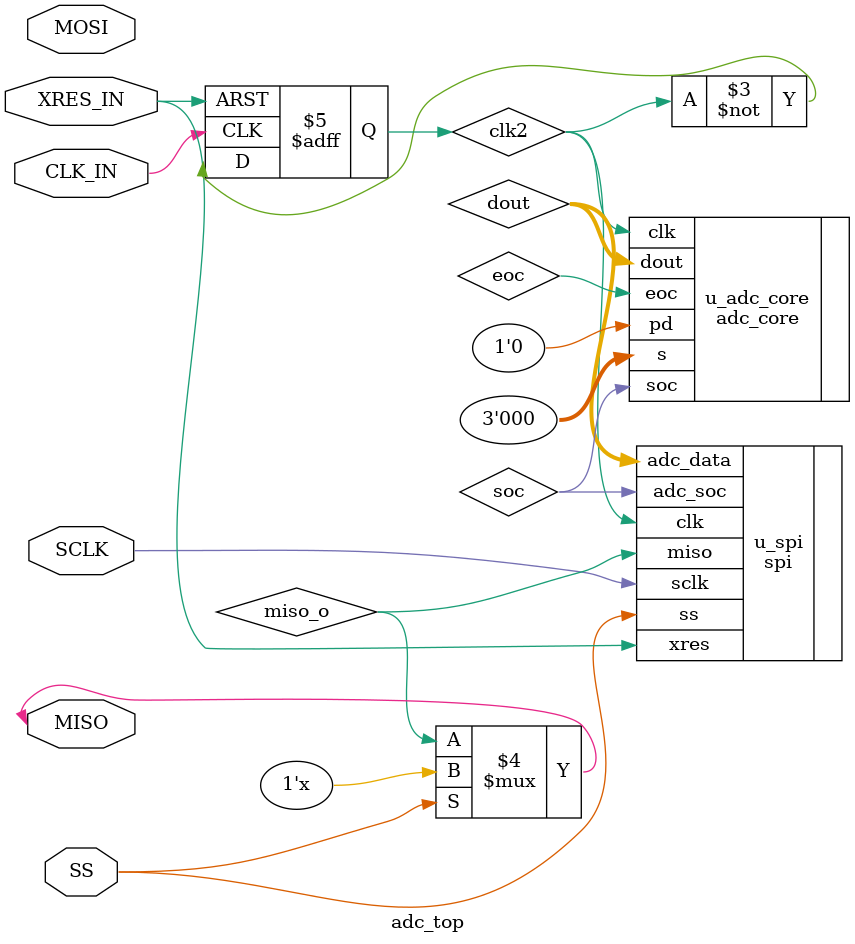
<source format=v>

`timescale 1ns/1ps

module adc_top
  ( 
    input  wire        CLK_IN,  // Xtal input (24MHz)
    input  wire        XRES_IN, // System reset, will be pulled-up
    input  wire        SS,      // SPI SS
    input  wire        SCLK,    // SPI SCLK
    inout  wire        MISO,    // SPI MISO
    input  wire        MOSI     // SPI MOSI (Don't use)
    );

  // T-FF for simple clock divider 24MHz->12MHz
  reg clk2; // System clock

  always @(posedge CLK_IN, negedge XRES_IN)
    begin
      if (!XRES_IN)
        begin
          clk2 <= 0;
        end
      else
        begin
          clk2 <= ~clk2;
        end
    end

  // ADC module
  wire soc;         // ADC soc
  wire eoc;         // ADC eoc
  wire [11:0] dout; // ADC dout

  adc_core u_adc_core
    (
     .eoc(eoc),   // End of conversion
     .dout(dout), // 12-bit ADC results
     .clk(clk2),  // ADC clock
     .pd(1'b0),   // Always turn on the power
     .s(3'b0),    // Channel 0 (fixed)
     .soc(soc)    // Start of conversion
     );

  // Tri-state buffer for SPI MISO. MISO will be HZ if SS goes high. 
  wire miso_o;
  bufif0 u_miso_buf(MISO, miso_o, SS);

  // Dedicated SPI I/F
  spi u_spi
    (
     .clk(clk2),      // System clock
     .xres(XRES_IN),  // System reset
     .sclk(SCLK),     // SPI SCLK
     .ss(SS),         // SPI SS
     .adc_soc(soc),   // ADC soc
     .adc_data(dout), // ADC results
     .miso(miso_o)    // SPI MISO internal buffer
   );

endmodule

</source>
